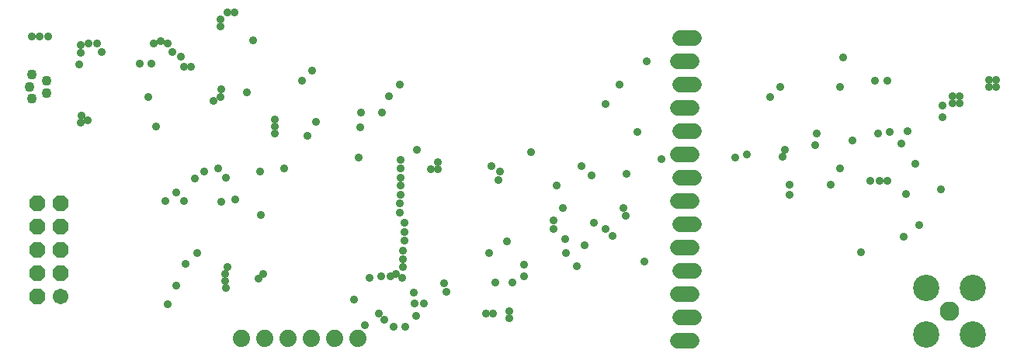
<source format=gbs>
G75*
%MOIN*%
%OFA0B0*%
%FSLAX25Y25*%
%IPPOS*%
%LPD*%
%AMOC8*
5,1,8,0,0,1.08239X$1,22.5*
%
%ADD10C,0.04343*%
%ADD11C,0.08300*%
%ADD12C,0.11300*%
%ADD13C,0.06706*%
%ADD14OC8,0.06706*%
%ADD15C,0.07400*%
%ADD16C,0.06800*%
%ADD17C,0.03500*%
D10*
X0019364Y0125251D03*
X0025466Y0127810D03*
X0018182Y0130369D03*
X0025466Y0132928D03*
X0019364Y0135487D03*
D11*
X0413104Y0033869D03*
D12*
X0423143Y0043908D03*
X0403065Y0043908D03*
X0403065Y0023830D03*
X0423143Y0023830D03*
D13*
X0031604Y0040369D03*
D14*
X0021604Y0040369D03*
X0021604Y0050369D03*
X0031604Y0050369D03*
X0031604Y0060369D03*
X0021604Y0060369D03*
X0021604Y0070369D03*
X0031604Y0070369D03*
X0031604Y0080369D03*
X0021604Y0080369D03*
D15*
X0109104Y0022369D03*
X0119104Y0022369D03*
X0129104Y0022369D03*
X0139104Y0022369D03*
X0149104Y0022369D03*
X0159104Y0022369D03*
D16*
X0296604Y0021369D02*
X0302604Y0021369D01*
X0303604Y0031369D02*
X0297604Y0031369D01*
X0296604Y0041369D02*
X0302604Y0041369D01*
X0303604Y0051369D02*
X0297604Y0051369D01*
X0296604Y0061369D02*
X0302604Y0061369D01*
X0303604Y0071369D02*
X0297604Y0071369D01*
X0296604Y0081369D02*
X0302604Y0081369D01*
X0303604Y0091369D02*
X0297604Y0091369D01*
X0296604Y0101369D02*
X0302604Y0101369D01*
X0303604Y0111369D02*
X0297604Y0111369D01*
X0296604Y0121369D02*
X0302604Y0121369D01*
X0303604Y0131369D02*
X0297604Y0131369D01*
X0296604Y0141369D02*
X0302604Y0141369D01*
X0303604Y0151369D02*
X0297604Y0151369D01*
D17*
X0077604Y0036869D03*
X0081104Y0044869D03*
X0102104Y0046869D03*
X0102104Y0049869D03*
X0103104Y0052869D03*
X0116604Y0047869D03*
X0118604Y0049869D03*
X0102604Y0043869D03*
X0085104Y0054369D03*
X0090104Y0058869D03*
X0117604Y0075369D03*
X0106604Y0081869D03*
X0100604Y0080869D03*
X0084604Y0081369D03*
X0081104Y0084869D03*
X0076604Y0081369D03*
X0089104Y0090869D03*
X0093104Y0093869D03*
X0099104Y0095369D03*
X0102604Y0091369D03*
X0117104Y0093869D03*
X0127604Y0095369D03*
X0123604Y0110369D03*
X0123604Y0113369D03*
X0123604Y0116369D03*
X0141104Y0115369D03*
X0137604Y0109369D03*
X0160104Y0112869D03*
X0160604Y0119369D03*
X0169604Y0119369D03*
X0172604Y0126369D03*
X0177104Y0131369D03*
X0139604Y0137369D03*
X0135104Y0132869D03*
X0111604Y0127869D03*
X0100604Y0129369D03*
X0100104Y0125869D03*
X0097104Y0124369D03*
X0072604Y0113369D03*
X0069104Y0125869D03*
X0043104Y0115869D03*
X0040104Y0114869D03*
X0040604Y0117869D03*
X0039604Y0139869D03*
X0040104Y0144869D03*
X0040104Y0148369D03*
X0043604Y0148869D03*
X0047104Y0148869D03*
X0049104Y0145369D03*
X0065604Y0140369D03*
X0070604Y0140369D03*
X0079604Y0145369D03*
X0083104Y0143369D03*
X0084604Y0138869D03*
X0087604Y0138869D03*
X0077604Y0148869D03*
X0074604Y0149869D03*
X0071604Y0148869D03*
X0100104Y0156369D03*
X0100104Y0159369D03*
X0103104Y0162369D03*
X0106104Y0162369D03*
X0114104Y0150369D03*
X0026104Y0151869D03*
X0022604Y0151869D03*
X0019104Y0151869D03*
X0159604Y0099869D03*
X0177604Y0098869D03*
X0177604Y0095369D03*
X0177604Y0091369D03*
X0177604Y0087869D03*
X0177604Y0083869D03*
X0177104Y0080369D03*
X0177104Y0076369D03*
X0179104Y0071869D03*
X0179104Y0067869D03*
X0179104Y0064369D03*
X0178604Y0059869D03*
X0178604Y0056369D03*
X0178604Y0052869D03*
X0175604Y0049869D03*
X0173104Y0048869D03*
X0169104Y0048869D03*
X0164104Y0048369D03*
X0178104Y0048369D03*
X0183104Y0041869D03*
X0183604Y0037369D03*
X0187604Y0037369D03*
X0184104Y0031869D03*
X0179604Y0027369D03*
X0174604Y0027369D03*
X0170604Y0030369D03*
X0168104Y0032869D03*
X0162104Y0027869D03*
X0157604Y0038869D03*
X0196104Y0045869D03*
X0197104Y0042369D03*
X0218104Y0046369D03*
X0225604Y0046369D03*
X0230604Y0048869D03*
X0230604Y0053869D03*
X0215604Y0058869D03*
X0223104Y0063869D03*
X0243104Y0069369D03*
X0243104Y0072869D03*
X0247104Y0078369D03*
X0260604Y0071869D03*
X0265604Y0069369D03*
X0268604Y0066369D03*
X0256604Y0062369D03*
X0248604Y0058869D03*
X0248104Y0064869D03*
X0274104Y0074869D03*
X0273104Y0078369D03*
X0244604Y0087869D03*
X0259604Y0092369D03*
X0255104Y0096369D03*
X0274604Y0092869D03*
X0289604Y0099369D03*
X0279104Y0110869D03*
X0265604Y0122869D03*
X0271604Y0131369D03*
X0283104Y0141369D03*
X0336104Y0125869D03*
X0340604Y0130369D03*
X0366104Y0130369D03*
X0381104Y0132869D03*
X0386604Y0132869D03*
X0367604Y0142869D03*
X0414604Y0126369D03*
X0417604Y0126369D03*
X0417604Y0123369D03*
X0414604Y0123369D03*
X0410104Y0122369D03*
X0410104Y0117369D03*
X0395104Y0111369D03*
X0387604Y0110869D03*
X0382604Y0110369D03*
X0371604Y0107369D03*
X0356104Y0110369D03*
X0355604Y0105369D03*
X0342604Y0103369D03*
X0341604Y0100369D03*
X0326104Y0101369D03*
X0321104Y0099869D03*
X0344604Y0088369D03*
X0344604Y0083869D03*
X0362104Y0088369D03*
X0379104Y0089869D03*
X0383104Y0089869D03*
X0386604Y0089869D03*
X0394604Y0084369D03*
X0409604Y0086369D03*
X0398604Y0097369D03*
X0392604Y0105869D03*
X0366104Y0095369D03*
X0400104Y0070869D03*
X0393604Y0065869D03*
X0375104Y0059369D03*
X0282104Y0055369D03*
X0253104Y0053369D03*
X0224104Y0033869D03*
X0217104Y0032869D03*
X0214104Y0032869D03*
X0224104Y0030869D03*
X0219604Y0090369D03*
X0220104Y0093869D03*
X0216604Y0096369D03*
X0233604Y0102369D03*
X0193604Y0097869D03*
X0193604Y0094869D03*
X0190604Y0094869D03*
X0184604Y0103369D03*
X0430104Y0130369D03*
X0433104Y0130369D03*
X0433104Y0133369D03*
X0430104Y0133369D03*
M02*

</source>
